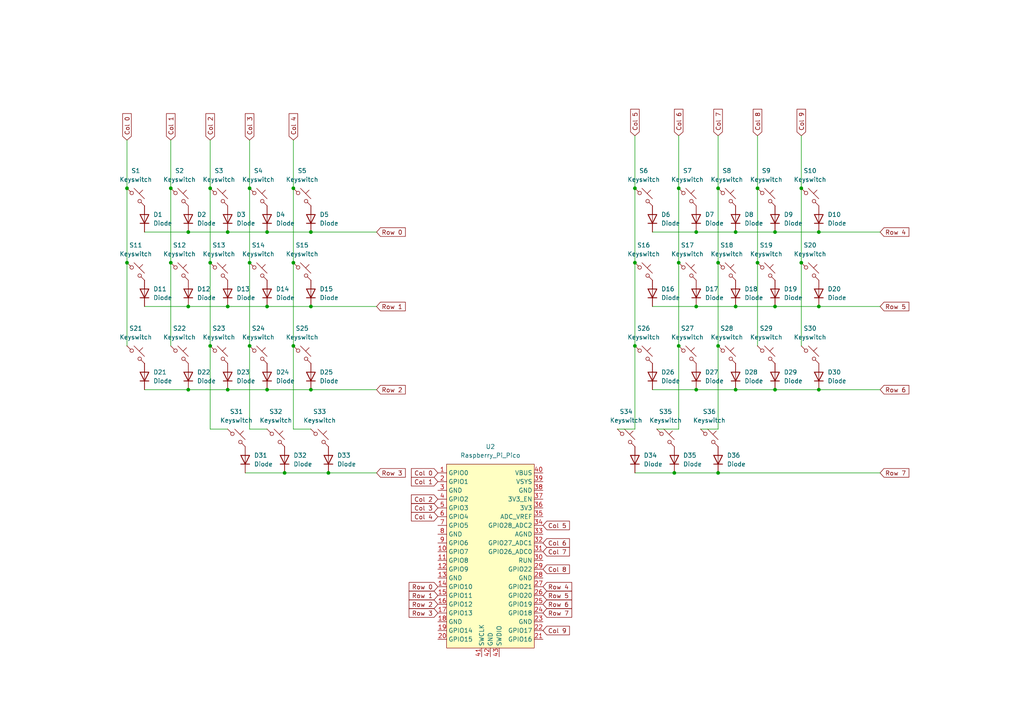
<source format=kicad_sch>
(kicad_sch (version 20230121) (generator eeschema)
  (paper "A4")
  (lib_symbols
    (symbol "ScottoKeebs:MCU_Raspberry_Pi_Pico"
      (property "Reference" "U" (at 0 0 0))
      (property "Value" "Raspberry_Pi_Pico" (at 0 27.94 0))
      (symbol "MCU_Raspberry_Pi_Pico_0_1"
        (rectangle (start -12.7 26.67) (end 12.7 -26.67) (fill (type background)))
      )
      (symbol "MCU_Raspberry_Pi_Pico_1_1"
        (pin bidirectional line (at -15.24 24.13 0) (length 2.54) (name "GPIO0") (number "1"))
        (pin bidirectional line (at -15.24 1.27 0) (length 2.54) (name "GPIO7") (number "10"))
        (pin bidirectional line (at -15.24 -1.27 0) (length 2.54) (name "GPIO8") (number "11"))
        (pin bidirectional line (at -15.24 -3.81 0) (length 2.54) (name "GPIO9") (number "12"))
        (pin power_in line (at -15.24 -6.35 0) (length 2.54) (name "GND") (number "13"))
        (pin bidirectional line (at -15.24 -8.89 0) (length 2.54) (name "GPIO10") (number "14"))
        (pin bidirectional line (at -15.24 -11.43 0) (length 2.54) (name "GPIO11") (number "15"))
        (pin bidirectional line (at -15.24 -13.97 0) (length 2.54) (name "GPIO12") (number "16"))
        (pin bidirectional line (at -15.24 -16.51 0) (length 2.54) (name "GPIO13") (number "17"))
        (pin power_in line (at -15.24 -19.05 0) (length 2.54) (name "GND") (number "18"))
        (pin bidirectional line (at -15.24 -21.59 0) (length 2.54) (name "GPIO14") (number "19"))
        (pin bidirectional line (at -15.24 21.59 0) (length 2.54) (name "GPIO1") (number "2"))
        (pin bidirectional line (at -15.24 -24.13 0) (length 2.54) (name "GPIO15") (number "20"))
        (pin bidirectional line (at 15.24 -24.13 180) (length 2.54) (name "GPIO16") (number "21"))
        (pin bidirectional line (at 15.24 -21.59 180) (length 2.54) (name "GPIO17") (number "22"))
        (pin power_in line (at 15.24 -19.05 180) (length 2.54) (name "GND") (number "23"))
        (pin bidirectional line (at 15.24 -16.51 180) (length 2.54) (name "GPIO18") (number "24"))
        (pin bidirectional line (at 15.24 -13.97 180) (length 2.54) (name "GPIO19") (number "25"))
        (pin bidirectional line (at 15.24 -11.43 180) (length 2.54) (name "GPIO20") (number "26"))
        (pin bidirectional line (at 15.24 -8.89 180) (length 2.54) (name "GPIO21") (number "27"))
        (pin power_in line (at 15.24 -6.35 180) (length 2.54) (name "GND") (number "28"))
        (pin bidirectional line (at 15.24 -3.81 180) (length 2.54) (name "GPIO22") (number "29"))
        (pin power_in line (at -15.24 19.05 0) (length 2.54) (name "GND") (number "3"))
        (pin input line (at 15.24 -1.27 180) (length 2.54) (name "RUN") (number "30"))
        (pin bidirectional line (at 15.24 1.27 180) (length 2.54) (name "GPIO26_ADC0") (number "31"))
        (pin bidirectional line (at 15.24 3.81 180) (length 2.54) (name "GPIO27_ADC1") (number "32"))
        (pin power_in line (at 15.24 6.35 180) (length 2.54) (name "AGND") (number "33"))
        (pin bidirectional line (at 15.24 8.89 180) (length 2.54) (name "GPIO28_ADC2") (number "34"))
        (pin power_in line (at 15.24 11.43 180) (length 2.54) (name "ADC_VREF") (number "35"))
        (pin power_in line (at 15.24 13.97 180) (length 2.54) (name "3V3") (number "36"))
        (pin input line (at 15.24 16.51 180) (length 2.54) (name "3V3_EN") (number "37"))
        (pin bidirectional line (at 15.24 19.05 180) (length 2.54) (name "GND") (number "38"))
        (pin power_in line (at 15.24 21.59 180) (length 2.54) (name "VSYS") (number "39"))
        (pin bidirectional line (at -15.24 16.51 0) (length 2.54) (name "GPIO2") (number "4"))
        (pin power_in line (at 15.24 24.13 180) (length 2.54) (name "VBUS") (number "40"))
        (pin input line (at -2.54 -29.21 90) (length 2.54) (name "SWCLK") (number "41"))
        (pin power_in line (at 0 -29.21 90) (length 2.54) (name "GND") (number "42"))
        (pin bidirectional line (at 2.54 -29.21 90) (length 2.54) (name "SWDIO") (number "43"))
        (pin bidirectional line (at -15.24 13.97 0) (length 2.54) (name "GPIO3") (number "5"))
        (pin bidirectional line (at -15.24 11.43 0) (length 2.54) (name "GPIO4") (number "6"))
        (pin bidirectional line (at -15.24 8.89 0) (length 2.54) (name "GPIO5") (number "7"))
        (pin power_in line (at -15.24 6.35 0) (length 2.54) (name "GND") (number "8"))
        (pin bidirectional line (at -15.24 3.81 0) (length 2.54) (name "GPIO6") (number "9"))
      )
    )
    (symbol "ScottoKeebs:Placeholder_Diode" (pin_numbers hide) (pin_names hide)
      (property "Reference" "D" (at 0 2.54 0))
      (property "Value" "Diode" (at 0 -2.54 0))
      (symbol "Placeholder_Diode_0_1"
        (polyline (pts (xy -1.27 1.27) (xy -1.27 -1.27)) (stroke (width 0.254)))
        (polyline (pts (xy 1.27 0) (xy -1.27 0)))
        (polyline (pts (xy 1.27 1.27) (xy 1.27 -1.27) (xy -1.27 0) (xy 1.27 1.27)) (stroke (width 0.254)))
      )
      (symbol "Placeholder_Diode_1_1"
        (pin passive line (at -3.81 0 0) (length 2.54) (name "K") (number "1"))
        (pin passive line (at 3.81 0 180) (length 2.54) (name "A") (number "2"))
      )
    )
    (symbol "ScottoKeebs:Placeholder_Keyswitch" (pin_numbers hide) (pin_names (offset 1.016) hide)
      (property "Reference" "S" (at 3.048 1.016 0))
      (property "Value" "Keyswitch" (at 0 -3.81 0))
      (symbol "Placeholder_Keyswitch_0_1"
        (circle (center -1.1684 1.1684) (radius 0.508))
        (polyline (pts (xy -0.508 2.54) (xy 2.54 -0.508)))
        (polyline (pts (xy 1.016 1.016) (xy 2.032 2.032)))
        (polyline (pts (xy -2.54 2.54) (xy -1.524 1.524) (xy -1.524 1.524)))
        (polyline (pts (xy 1.524 -1.524) (xy 2.54 -2.54) (xy 2.54 -2.54) (xy 2.54 -2.54)))
        (circle (center 1.143 -1.1938) (radius 0.508))
        (pin passive line (at -2.54 2.54 0) (length 0) (name "1") (number "1"))
        (pin passive line (at 2.54 -2.54 180) (length 0) (name "2") (number "2"))
      )
    )
  )
  (junction (at 72.39 54.61))
  (junction (at 208.28 137.16))
  (junction (at 54.61 113.03))
  (junction (at 195.58 137.16))
  (junction (at 36.83 76.2))
  (junction (at 237.49 113.03))
  (junction (at 196.85 100.33))
  (junction (at 237.49 67.31))
  (junction (at 49.53 76.2))
  (junction (at 54.61 67.31))
  (junction (at 66.04 88.9))
  (junction (at 224.79 88.9))
  (junction (at 77.47 113.03))
  (junction (at 196.85 76.2))
  (junction (at 201.93 113.03))
  (junction (at 219.71 54.61))
  (junction (at 60.96 76.2))
  (junction (at 72.39 100.33))
  (junction (at 208.28 76.2))
  (junction (at 77.47 67.31))
  (junction (at 232.41 54.61))
  (junction (at 90.17 113.03))
  (junction (at 90.17 67.31))
  (junction (at 82.55 137.16))
  (junction (at 208.28 54.61))
  (junction (at 232.41 76.2))
  (junction (at 184.15 54.61))
  (junction (at 184.15 76.2))
  (junction (at 224.79 67.31))
  (junction (at 36.83 54.61))
  (junction (at 54.61 88.9))
  (junction (at 85.09 54.61))
  (junction (at 219.71 76.2))
  (junction (at 208.28 100.33))
  (junction (at 196.85 54.61))
  (junction (at 213.36 113.03))
  (junction (at 72.39 76.2))
  (junction (at 184.15 100.33))
  (junction (at 85.09 76.2))
  (junction (at 90.17 88.9))
  (junction (at 224.79 113.03))
  (junction (at 66.04 67.31))
  (junction (at 237.49 88.9))
  (junction (at 60.96 100.33))
  (junction (at 213.36 88.9))
  (junction (at 66.04 113.03))
  (junction (at 95.25 137.16))
  (junction (at 60.96 54.61))
  (junction (at 77.47 88.9))
  (junction (at 85.09 100.33))
  (junction (at 49.53 54.61))
  (junction (at 201.93 67.31))
  (junction (at 201.93 88.9))
  (junction (at 213.36 67.31))
  (wire (pts (xy 66.04 67.31) (xy 77.47 67.31)))
  (wire (pts (xy 60.96 100.33) (xy 60.96 124.46)))
  (wire (pts (xy 90.17 88.9) (xy 109.22 88.9)))
  (wire (pts (xy 232.41 76.2) (xy 232.41 100.33)))
  (wire (pts (xy 54.61 113.03) (xy 66.04 113.03)))
  (wire (pts (xy 41.91 67.31) (xy 54.61 67.31)))
  (wire (pts (xy 195.58 137.16) (xy 208.28 137.16)))
  (wire (pts (xy 184.15 124.46) (xy 179.07 124.46)))
  (wire (pts (xy 72.39 124.46) (xy 77.47 124.46)))
  (wire (pts (xy 201.93 88.9) (xy 213.36 88.9)))
  (wire (pts (xy 184.15 100.33) (xy 184.15 124.46)))
  (wire (pts (xy 255.27 113.03) (xy 237.49 113.03)))
  (wire (pts (xy 189.23 67.31) (xy 201.93 67.31)))
  (wire (pts (xy 49.53 76.2) (xy 49.53 100.33)))
  (wire (pts (xy 49.53 54.61) (xy 49.53 76.2)))
  (wire (pts (xy 36.83 54.61) (xy 36.83 76.2)))
  (wire (pts (xy 36.83 76.2) (xy 36.83 100.33)))
  (wire (pts (xy 208.28 39.37) (xy 208.28 54.61)))
  (wire (pts (xy 208.28 124.46) (xy 203.2 124.46)))
  (wire (pts (xy 41.91 88.9) (xy 54.61 88.9)))
  (wire (pts (xy 85.09 100.33) (xy 85.09 124.46)))
  (wire (pts (xy 196.85 100.33) (xy 196.85 124.46)))
  (wire (pts (xy 85.09 124.46) (xy 90.17 124.46)))
  (wire (pts (xy 49.53 40.64) (xy 49.53 54.61)))
  (wire (pts (xy 189.23 88.9) (xy 201.93 88.9)))
  (wire (pts (xy 213.36 88.9) (xy 224.79 88.9)))
  (wire (pts (xy 255.27 67.31) (xy 237.49 67.31)))
  (wire (pts (xy 109.22 67.31) (xy 90.17 67.31)))
  (wire (pts (xy 184.15 137.16) (xy 195.58 137.16)))
  (wire (pts (xy 189.23 113.03) (xy 201.93 113.03)))
  (wire (pts (xy 109.22 113.03) (xy 90.17 113.03)))
  (wire (pts (xy 54.61 88.9) (xy 66.04 88.9)))
  (wire (pts (xy 72.39 54.61) (xy 72.39 76.2)))
  (wire (pts (xy 54.61 67.31) (xy 66.04 67.31)))
  (wire (pts (xy 41.91 113.03) (xy 54.61 113.03)))
  (wire (pts (xy 196.85 76.2) (xy 196.85 100.33)))
  (wire (pts (xy 60.96 124.46) (xy 66.04 124.46)))
  (wire (pts (xy 208.28 100.33) (xy 208.28 124.46)))
  (wire (pts (xy 60.96 54.61) (xy 60.96 76.2)))
  (wire (pts (xy 224.79 67.31) (xy 237.49 67.31)))
  (wire (pts (xy 72.39 100.33) (xy 72.39 124.46)))
  (wire (pts (xy 71.12 137.16) (xy 82.55 137.16)))
  (wire (pts (xy 184.15 76.2) (xy 184.15 100.33)))
  (wire (pts (xy 224.79 88.9) (xy 237.49 88.9)))
  (wire (pts (xy 60.96 76.2) (xy 60.96 100.33)))
  (wire (pts (xy 36.83 40.64) (xy 36.83 54.61)))
  (wire (pts (xy 184.15 39.37) (xy 184.15 54.61)))
  (wire (pts (xy 77.47 88.9) (xy 90.17 88.9)))
  (wire (pts (xy 219.71 76.2) (xy 219.71 100.33)))
  (wire (pts (xy 213.36 113.03) (xy 224.79 113.03)))
  (wire (pts (xy 224.79 113.03) (xy 237.49 113.03)))
  (wire (pts (xy 82.55 137.16) (xy 95.25 137.16)))
  (wire (pts (xy 109.22 137.16) (xy 95.25 137.16)))
  (wire (pts (xy 213.36 67.31) (xy 224.79 67.31)))
  (wire (pts (xy 66.04 113.03) (xy 77.47 113.03)))
  (wire (pts (xy 66.04 88.9) (xy 77.47 88.9)))
  (wire (pts (xy 60.96 40.64) (xy 60.96 54.61)))
  (wire (pts (xy 85.09 54.61) (xy 85.09 76.2)))
  (wire (pts (xy 208.28 76.2) (xy 208.28 100.33)))
  (wire (pts (xy 219.71 54.61) (xy 219.71 76.2)))
  (wire (pts (xy 232.41 39.37) (xy 232.41 54.61)))
  (wire (pts (xy 255.27 88.9) (xy 237.49 88.9)))
  (wire (pts (xy 77.47 67.31) (xy 90.17 67.31)))
  (wire (pts (xy 232.41 54.61) (xy 232.41 76.2)))
  (wire (pts (xy 208.28 137.16) (xy 255.27 137.16)))
  (wire (pts (xy 77.47 113.03) (xy 90.17 113.03)))
  (wire (pts (xy 196.85 39.37) (xy 196.85 54.61)))
  (wire (pts (xy 208.28 54.61) (xy 208.28 76.2)))
  (wire (pts (xy 85.09 40.64) (xy 85.09 54.61)))
  (wire (pts (xy 72.39 76.2) (xy 72.39 100.33)))
  (wire (pts (xy 201.93 67.31) (xy 213.36 67.31)))
  (wire (pts (xy 72.39 40.64) (xy 72.39 54.61)))
  (wire (pts (xy 196.85 54.61) (xy 196.85 76.2)))
  (wire (pts (xy 201.93 113.03) (xy 213.36 113.03)))
  (wire (pts (xy 85.09 76.2) (xy 85.09 100.33)))
  (wire (pts (xy 219.71 39.37) (xy 219.71 54.61)))
  (wire (pts (xy 184.15 54.61) (xy 184.15 76.2)))
  (wire (pts (xy 196.85 124.46) (xy 190.5 124.46)))
  (global_label "Col 0" (shape input) (at 127 137.16 180) (property "Intersheetrefs" "${INTERSHEET_REFS}" (effects hide)))
  (global_label "Col 4" (shape input) (at 127 149.86 180) (property "Intersheetrefs" "${INTERSHEET_REFS}" (effects hide)))
  (global_label "Row 1" (shape input) (at 109.22 88.9 0) (property "Intersheetrefs" "${INTERSHEET_REFS}" (effects hide)))
  (global_label "Row 0" (shape input) (at 109.22 67.31 0) (property "Intersheetrefs" "${INTERSHEET_REFS}" (effects hide)))
  (global_label "Col 8" (shape input) (at 219.71 39.37 90) (property "Intersheetrefs" "${INTERSHEET_REFS}" (effects hide)))
  (global_label "Col 3" (shape input) (at 72.39 40.64 90) (property "Intersheetrefs" "${INTERSHEET_REFS}" (effects hide)))
  (global_label "Row 5" (shape input) (at 157.48 172.72 0) (property "Intersheetrefs" "${INTERSHEET_REFS}" (effects hide)))
  (global_label "Col 2" (shape input) (at 60.96 40.64 90) (property "Intersheetrefs" "${INTERSHEET_REFS}" (effects hide)))
  (global_label "Row 2" (shape input) (at 109.22 113.03 0) (property "Intersheetrefs" "${INTERSHEET_REFS}" (effects hide)))
  (global_label "Col 7" (shape input) (at 208.28 39.37 90) (property "Intersheetrefs" "${INTERSHEET_REFS}" (effects hide)))
  (global_label "Col 7" (shape input) (at 157.48 160.02 0) (property "Intersheetrefs" "${INTERSHEET_REFS}" (effects hide)))
  (global_label "Row 3" (shape input) (at 109.22 137.16 0) (property "Intersheetrefs" "${INTERSHEET_REFS}" (effects hide)))
  (global_label "Row 5" (shape input) (at 255.27 88.9 0) (property "Intersheetrefs" "${INTERSHEET_REFS}" (effects hide)))
  (global_label "Col 6" (shape input) (at 157.48 157.48 0) (property "Intersheetrefs" "${INTERSHEET_REFS}" (effects hide)))
  (global_label "Row 2" (shape input) (at 127 175.26 180) (property "Intersheetrefs" "${INTERSHEET_REFS}" (effects hide)))
  (global_label "Row 3" (shape input) (at 127 177.8 180) (property "Intersheetrefs" "${INTERSHEET_REFS}" (effects hide)))
  (global_label "Col 4" (shape input) (at 85.09 40.64 90) (property "Intersheetrefs" "${INTERSHEET_REFS}" (effects hide)))
  (global_label "Col 5" (shape input) (at 157.48 152.4 0) (property "Intersheetrefs" "${INTERSHEET_REFS}" (effects hide)))
  (global_label "Col 9" (shape input) (at 232.41 39.37 90) (property "Intersheetrefs" "${INTERSHEET_REFS}" (effects hide)))
  (global_label "Col 9" (shape input) (at 157.48 182.88 0) (property "Intersheetrefs" "${INTERSHEET_REFS}" (effects hide)))
  (global_label "Col 3" (shape input) (at 127 147.32 180) (property "Intersheetrefs" "${INTERSHEET_REFS}" (effects hide)))
  (global_label "Col 6" (shape input) (at 196.85 39.37 90) (property "Intersheetrefs" "${INTERSHEET_REFS}" (effects hide)))
  (global_label "Row 4" (shape input) (at 255.27 67.31 0) (property "Intersheetrefs" "${INTERSHEET_REFS}" (effects hide)))
  (global_label "Col 1" (shape input) (at 49.53 40.64 90) (property "Intersheetrefs" "${INTERSHEET_REFS}" (effects hide)))
  (global_label "Col 8" (shape input) (at 157.48 165.1 0) (property "Intersheetrefs" "${INTERSHEET_REFS}" (effects hide)))
  (global_label "Row 1" (shape input) (at 127 172.72 180) (property "Intersheetrefs" "${INTERSHEET_REFS}" (effects hide)))
  (global_label "Row 4" (shape input) (at 157.48 170.18 0) (property "Intersheetrefs" "${INTERSHEET_REFS}" (effects hide)))
  (global_label "Row 7" (shape input) (at 255.27 137.16 0) (property "Intersheetrefs" "${INTERSHEET_REFS}" (effects hide)))
  (global_label "Row 6" (shape input) (at 157.48 175.26 0) (property "Intersheetrefs" "${INTERSHEET_REFS}" (effects hide)))
  (global_label "Col 2" (shape input) (at 127 144.78 180) (property "Intersheetrefs" "${INTERSHEET_REFS}" (effects hide)))
  (global_label "Row 0" (shape input) (at 127 170.18 180) (property "Intersheetrefs" "${INTERSHEET_REFS}" (effects hide)))
  (global_label "Row 7" (shape input) (at 157.48 177.8 0) (property "Intersheetrefs" "${INTERSHEET_REFS}" (effects hide)))
  (global_label "Row 6" (shape input) (at 255.27 113.03 0) (property "Intersheetrefs" "${INTERSHEET_REFS}" (effects hide)))
  (global_label "Col 5" (shape input) (at 184.15 39.37 90) (property "Intersheetrefs" "${INTERSHEET_REFS}" (effects hide)))
  (global_label "Col 1" (shape input) (at 127 139.7 180) (property "Intersheetrefs" "${INTERSHEET_REFS}" (effects hide)))
  (global_label "Col 0" (shape input) (at 36.83 40.64 90) (property "Intersheetrefs" "${INTERSHEET_REFS}" (effects hide)))
  (symbol (lib_id "ScottoKeebs:Placeholder_Diode") (at 66.04 85.09 90) (unit 1)
    (property "Reference" "D13" (at 68.58 83.82 90) (effects (justify right)))
    (property "Value" "Diode" (at 68.58 86.36 90) (effects (justify right)))
    (property "Footprint" "ScottoKeebs_Components:Diode_SOD-123" (effects hide))
    (property "Sim.Device" "D" (effects hide))
    (property "Sim.Pins" "1=K 2=A" (effects hide))
  )
  (symbol (lib_id "ScottoKeebs:Placeholder_Diode") (at 66.04 109.22 90) (unit 1)
    (property "Reference" "D23" (at 68.58 107.95 90) (effects (justify right)))
    (property "Value" "Diode" (at 68.58 110.49 90) (effects (justify right)))
    (property "Footprint" "ScottoKeebs_Components:Diode_SOD-123" (effects hide))
    (property "Sim.Device" "D" (effects hide))
    (property "Sim.Pins" "1=K 2=A" (effects hide))
  )
  (symbol (lib_id "ScottoKeebs:Placeholder_Keyswitch") (at 199.39 102.87 0) (unit 1)
    (property "Reference" "S27" (at 199.39 95.25 0))
    (property "Value" "Keyswitch" (at 199.39 97.79 0))
    (property "Footprint" "ScottoKeebs_MX:MX_PCB_1.00u" (effects hide))
  )
  (symbol (lib_id "ScottoKeebs:Placeholder_Keyswitch") (at 210.82 78.74 0) (unit 1)
    (property "Reference" "S18" (at 210.82 71.12 0))
    (property "Value" "Keyswitch" (at 210.82 73.66 0))
    (property "Footprint" "ScottoKeebs_MX:MX_PCB_1.00u" (effects hide))
  )
  (symbol (lib_id "ScottoKeebs:Placeholder_Keyswitch") (at 63.5 57.15 0) (unit 1)
    (property "Reference" "S3" (at 63.5 49.53 0))
    (property "Value" "Keyswitch" (at 63.5 52.07 0))
    (property "Footprint" "ScottoKeebs_MX:MX_PCB_1.00u" (effects hide))
  )
  (symbol (lib_id "ScottoKeebs:Placeholder_Diode") (at 90.17 85.09 90) (unit 1)
    (property "Reference" "D15" (at 92.71 83.82 90) (effects (justify right)))
    (property "Value" "Diode" (at 92.71 86.36 90) (effects (justify right)))
    (property "Footprint" "ScottoKeebs_Components:Diode_SOD-123" (effects hide))
    (property "Sim.Device" "D" (effects hide))
    (property "Sim.Pins" "1=K 2=A" (effects hide))
  )
  (symbol (lib_id "ScottoKeebs:Placeholder_Diode") (at 66.04 63.5 90) (unit 1)
    (property "Reference" "D3" (at 68.58 62.23 90) (effects (justify right)))
    (property "Value" "Diode" (at 68.58 64.77 90) (effects (justify right)))
    (property "Footprint" "ScottoKeebs_Components:Diode_SOD-123" (effects hide))
    (property "Sim.Device" "D" (effects hide))
    (property "Sim.Pins" "1=K 2=A" (effects hide))
  )
  (symbol (lib_id "ScottoKeebs:Placeholder_Keyswitch") (at 52.07 78.74 0) (unit 1)
    (property "Reference" "S12" (at 52.07 71.12 0))
    (property "Value" "Keyswitch" (at 52.07 73.66 0))
    (property "Footprint" "ScottoKeebs_MX:MX_PCB_1.00u" (effects hide))
  )
  (symbol (lib_id "ScottoKeebs:Placeholder_Keyswitch") (at 39.37 102.87 0) (unit 1)
    (property "Reference" "S21" (at 39.37 95.25 0))
    (property "Value" "Keyswitch" (at 39.37 97.79 0))
    (property "Footprint" "ScottoKeebs_MX:MX_PCB_1.00u" (effects hide))
  )
  (symbol (lib_id "ScottoKeebs:Placeholder_Keyswitch") (at 199.39 57.15 0) (unit 1)
    (property "Reference" "S7" (at 199.39 49.53 0))
    (property "Value" "Keyswitch" (at 199.39 52.07 0))
    (property "Footprint" "ScottoKeebs_MX:MX_PCB_1.00u" (effects hide))
  )
  (symbol (lib_id "ScottoKeebs:Placeholder_Diode") (at 237.49 63.5 90) (unit 1)
    (property "Reference" "D10" (at 240.03 62.23 90) (effects (justify right)))
    (property "Value" "Diode" (at 240.03 64.77 90) (effects (justify right)))
    (property "Footprint" "ScottoKeebs_Components:Diode_SOD-123" (effects hide))
    (property "Sim.Device" "D" (effects hide))
    (property "Sim.Pins" "1=K 2=A" (effects hide))
  )
  (symbol (lib_id "ScottoKeebs:Placeholder_Diode") (at 195.58 133.35 90) (unit 1)
    (property "Reference" "D35" (at 198.12 132.08 90) (effects (justify right)))
    (property "Value" "Diode" (at 198.12 134.62 90) (effects (justify right)))
    (property "Footprint" "ScottoKeebs_Components:Diode_SOD-123" (effects hide))
    (property "Sim.Device" "D" (effects hide))
    (property "Sim.Pins" "1=K 2=A" (effects hide))
  )
  (symbol (lib_id "ScottoKeebs:Placeholder_Keyswitch") (at 186.69 57.15 0) (unit 1)
    (property "Reference" "S6" (at 186.69 49.53 0))
    (property "Value" "Keyswitch" (at 186.69 52.07 0))
    (property "Footprint" "ScottoKeebs_MX:MX_PCB_1.00u" (effects hide))
  )
  (symbol (lib_id "ScottoKeebs:Placeholder_Diode") (at 54.61 63.5 90) (unit 1)
    (property "Reference" "D2" (at 57.15 62.23 90) (effects (justify right)))
    (property "Value" "Diode" (at 57.15 64.77 90) (effects (justify right)))
    (property "Footprint" "ScottoKeebs_Components:Diode_SOD-123" (effects hide))
    (property "Sim.Device" "D" (effects hide))
    (property "Sim.Pins" "1=K 2=A" (effects hide))
  )
  (symbol (lib_id "ScottoKeebs:Placeholder_Diode") (at 189.23 85.09 90) (unit 1)
    (property "Reference" "D16" (at 191.77 83.82 90) (effects (justify right)))
    (property "Value" "Diode" (at 191.77 86.36 90) (effects (justify right)))
    (property "Footprint" "ScottoKeebs_Components:Diode_SOD-123" (effects hide))
    (property "Sim.Device" "D" (effects hide))
    (property "Sim.Pins" "1=K 2=A" (effects hide))
  )
  (symbol (lib_id "ScottoKeebs:Placeholder_Diode") (at 77.47 85.09 90) (unit 1)
    (property "Reference" "D14" (at 80.01 83.82 90) (effects (justify right)))
    (property "Value" "Diode" (at 80.01 86.36 90) (effects (justify right)))
    (property "Footprint" "ScottoKeebs_Components:Diode_SOD-123" (effects hide))
    (property "Sim.Device" "D" (effects hide))
    (property "Sim.Pins" "1=K 2=A" (effects hide))
  )
  (symbol (lib_id "ScottoKeebs:Placeholder_Keyswitch") (at 181.61 127 0) (unit 1)
    (property "Reference" "S34" (at 181.61 119.38 0))
    (property "Value" "Keyswitch" (at 181.61 121.92 0))
    (property "Footprint" "ScottoKeebs_MX:MX_PCB_1.00u" (effects hide))
  )
  (symbol (lib_id "ScottoKeebs:Placeholder_Keyswitch") (at 52.07 102.87 0) (unit 1)
    (property "Reference" "S22" (at 52.07 95.25 0))
    (property "Value" "Keyswitch" (at 52.07 97.79 0))
    (property "Footprint" "ScottoKeebs_MX:MX_PCB_1.00u" (effects hide))
  )
  (symbol (lib_id "ScottoKeebs:Placeholder_Diode") (at 54.61 109.22 90) (unit 1)
    (property "Reference" "D22" (at 57.15 107.95 90) (effects (justify right)))
    (property "Value" "Diode" (at 57.15 110.49 90) (effects (justify right)))
    (property "Footprint" "ScottoKeebs_Components:Diode_SOD-123" (effects hide))
    (property "Sim.Device" "D" (effects hide))
    (property "Sim.Pins" "1=K 2=A" (effects hide))
  )
  (symbol (lib_id "ScottoKeebs:Placeholder_Diode") (at 213.36 109.22 90) (unit 1)
    (property "Reference" "D28" (at 215.9 107.95 90) (effects (justify right)))
    (property "Value" "Diode" (at 215.9 110.49 90) (effects (justify right)))
    (property "Footprint" "ScottoKeebs_Components:Diode_SOD-123" (effects hide))
    (property "Sim.Device" "D" (effects hide))
    (property "Sim.Pins" "1=K 2=A" (effects hide))
  )
  (symbol (lib_id "ScottoKeebs:Placeholder_Keyswitch") (at 210.82 57.15 0) (unit 1)
    (property "Reference" "S8" (at 210.82 49.53 0))
    (property "Value" "Keyswitch" (at 210.82 52.07 0))
    (property "Footprint" "ScottoKeebs_MX:MX_PCB_1.00u" (effects hide))
  )
  (symbol (lib_id "ScottoKeebs:Placeholder_Diode") (at 224.79 109.22 90) (unit 1)
    (property "Reference" "D29" (at 227.33 107.95 90) (effects (justify right)))
    (property "Value" "Diode" (at 227.33 110.49 90) (effects (justify right)))
    (property "Footprint" "ScottoKeebs_Components:Diode_SOD-123" (effects hide))
    (property "Sim.Device" "D" (effects hide))
    (property "Sim.Pins" "1=K 2=A" (effects hide))
  )
  (symbol (lib_id "ScottoKeebs:Placeholder_Diode") (at 213.36 63.5 90) (unit 1)
    (property "Reference" "D8" (at 215.9 62.23 90) (effects (justify right)))
    (property "Value" "Diode" (at 215.9 64.77 90) (effects (justify right)))
    (property "Footprint" "ScottoKeebs_Components:Diode_SOD-123" (effects hide))
    (property "Sim.Device" "D" (effects hide))
    (property "Sim.Pins" "1=K 2=A" (effects hide))
  )
  (symbol (lib_id "ScottoKeebs:Placeholder_Keyswitch") (at 52.07 57.15 0) (unit 1)
    (property "Reference" "S2" (at 52.07 49.53 0))
    (property "Value" "Keyswitch" (at 52.07 52.07 0))
    (property "Footprint" "ScottoKeebs_MX:MX_PCB_1.00u" (effects hide))
  )
  (symbol (lib_id "ScottoKeebs:Placeholder_Diode") (at 237.49 109.22 90) (unit 1)
    (property "Reference" "D30" (at 240.03 107.95 90) (effects (justify right)))
    (property "Value" "Diode" (at 240.03 110.49 90) (effects (justify right)))
    (property "Footprint" "ScottoKeebs_Components:Diode_SOD-123" (effects hide))
    (property "Sim.Device" "D" (effects hide))
    (property "Sim.Pins" "1=K 2=A" (effects hide))
  )
  (symbol (lib_id "ScottoKeebs:Placeholder_Diode") (at 224.79 63.5 90) (unit 1)
    (property "Reference" "D9" (at 227.33 62.23 90) (effects (justify right)))
    (property "Value" "Diode" (at 227.33 64.77 90) (effects (justify right)))
    (property "Footprint" "ScottoKeebs_Components:Diode_SOD-123" (effects hide))
    (property "Sim.Device" "D" (effects hide))
    (property "Sim.Pins" "1=K 2=A" (effects hide))
  )
  (symbol (lib_id "ScottoKeebs:Placeholder_Keyswitch") (at 68.58 127 0) (unit 1)
    (property "Reference" "S31" (at 68.58 119.38 0))
    (property "Value" "Keyswitch" (at 68.58 121.92 0))
    (property "Footprint" "ScottoKeebs_MX:MX_PCB_1.00u" (effects hide))
  )
  (symbol (lib_id "ScottoKeebs:Placeholder_Keyswitch") (at 92.71 127 0) (unit 1)
    (property "Reference" "S33" (at 92.71 119.38 0))
    (property "Value" "Keyswitch" (at 92.71 121.92 0))
    (property "Footprint" "ScottoKeebs_MX:MX_PCB_1.00u" (effects hide))
  )
  (symbol (lib_id "ScottoKeebs:Placeholder_Diode") (at 90.17 109.22 90) (unit 1)
    (property "Reference" "D25" (at 92.71 107.95 90) (effects (justify right)))
    (property "Value" "Diode" (at 92.71 110.49 90) (effects (justify right)))
    (property "Footprint" "ScottoKeebs_Components:Diode_SOD-123" (effects hide))
    (property "Sim.Device" "D" (effects hide))
    (property "Sim.Pins" "1=K 2=A" (effects hide))
  )
  (symbol (lib_id "ScottoKeebs:Placeholder_Diode") (at 77.47 63.5 90) (unit 1)
    (property "Reference" "D4" (at 80.01 62.23 90) (effects (justify right)))
    (property "Value" "Diode" (at 80.01 64.77 90) (effects (justify right)))
    (property "Footprint" "ScottoKeebs_Components:Diode_SOD-123" (effects hide))
    (property "Sim.Device" "D" (effects hide))
    (property "Sim.Pins" "1=K 2=A" (effects hide))
  )
  (symbol (lib_id "ScottoKeebs:Placeholder_Keyswitch") (at 74.93 102.87 0) (unit 1)
    (property "Reference" "S24" (at 74.93 95.25 0))
    (property "Value" "Keyswitch" (at 74.93 97.79 0))
    (property "Footprint" "ScottoKeebs_MX:MX_PCB_1.00u" (effects hide))
  )
  (symbol (lib_id "ScottoKeebs:Placeholder_Keyswitch") (at 74.93 57.15 0) (unit 1)
    (property "Reference" "S4" (at 74.93 49.53 0))
    (property "Value" "Keyswitch" (at 74.93 52.07 0))
    (property "Footprint" "ScottoKeebs_MX:MX_PCB_1.00u" (effects hide))
  )
  (symbol (lib_id "ScottoKeebs:Placeholder_Diode") (at 237.49 85.09 90) (unit 1)
    (property "Reference" "D20" (at 240.03 83.82 90) (effects (justify right)))
    (property "Value" "Diode" (at 240.03 86.36 90) (effects (justify right)))
    (property "Footprint" "ScottoKeebs_Components:Diode_SOD-123" (effects hide))
    (property "Sim.Device" "D" (effects hide))
    (property "Sim.Pins" "1=K 2=A" (effects hide))
  )
  (symbol (lib_id "ScottoKeebs:Placeholder_Diode") (at 77.47 109.22 90) (unit 1)
    (property "Reference" "D24" (at 80.01 107.95 90) (effects (justify right)))
    (property "Value" "Diode" (at 80.01 110.49 90) (effects (justify right)))
    (property "Footprint" "ScottoKeebs_Components:Diode_SOD-123" (effects hide))
    (property "Sim.Device" "D" (effects hide))
    (property "Sim.Pins" "1=K 2=A" (effects hide))
  )
  (symbol (lib_id "ScottoKeebs:MCU_Raspberry_Pi_Pico") (at 142.24 161.29 0) (unit 1)
    (property "Reference" "U2" (at 142.24 129.54 0))
    (property "Value" "Raspberry_Pi_Pico" (at 142.24 132.08 0))
    (property "Footprint" "ScottoKeebs_MCU:Raspberry_Pi_Pico" (effects hide))
  )
  (symbol (lib_id "ScottoKeebs:Placeholder_Keyswitch") (at 234.95 57.15 0) (unit 1)
    (property "Reference" "S10" (at 234.95 49.53 0))
    (property "Value" "Keyswitch" (at 234.95 52.07 0))
    (property "Footprint" "ScottoKeebs_MX:MX_PCB_1.00u" (effects hide))
  )
  (symbol (lib_id "ScottoKeebs:Placeholder_Diode") (at 201.93 63.5 90) (unit 1)
    (property "Reference" "D7" (at 204.47 62.23 90) (effects (justify right)))
    (property "Value" "Diode" (at 204.47 64.77 90) (effects (justify right)))
    (property "Footprint" "ScottoKeebs_Components:Diode_SOD-123" (effects hide))
    (property "Sim.Device" "D" (effects hide))
    (property "Sim.Pins" "1=K 2=A" (effects hide))
  )
  (symbol (lib_id "ScottoKeebs:Placeholder_Keyswitch") (at 199.39 78.74 0) (unit 1)
    (property "Reference" "S17" (at 199.39 71.12 0))
    (property "Value" "Keyswitch" (at 199.39 73.66 0))
    (property "Footprint" "ScottoKeebs_MX:MX_PCB_1.00u" (effects hide))
  )
  (symbol (lib_id "ScottoKeebs:Placeholder_Keyswitch") (at 87.63 102.87 0) (unit 1)
    (property "Reference" "S25" (at 87.63 95.25 0))
    (property "Value" "Keyswitch" (at 87.63 97.79 0))
    (property "Footprint" "ScottoKeebs_MX:MX_PCB_1.00u" (effects hide))
  )
  (symbol (lib_id "ScottoKeebs:Placeholder_Keyswitch") (at 39.37 57.15 0) (unit 1)
    (property "Reference" "S1" (at 39.37 49.53 0))
    (property "Value" "Keyswitch" (at 39.37 52.07 0))
    (property "Footprint" "ScottoKeebs_MX:MX_PCB_1.00u" (effects hide))
  )
  (symbol (lib_id "ScottoKeebs:Placeholder_Diode") (at 71.12 133.35 90) (unit 1)
    (property "Reference" "D31" (at 73.66 132.08 90) (effects (justify right)))
    (property "Value" "Diode" (at 73.66 134.62 90) (effects (justify right)))
    (property "Footprint" "ScottoKeebs_Components:Diode_SOD-123" (effects hide))
    (property "Sim.Device" "D" (effects hide))
    (property "Sim.Pins" "1=K 2=A" (effects hide))
  )
  (symbol (lib_id "ScottoKeebs:Placeholder_Diode") (at 41.91 109.22 90) (unit 1)
    (property "Reference" "D21" (at 44.45 107.95 90) (effects (justify right)))
    (property "Value" "Diode" (at 44.45 110.49 90) (effects (justify right)))
    (property "Footprint" "ScottoKeebs_Components:Diode_SOD-123" (effects hide))
    (property "Sim.Device" "D" (effects hide))
    (property "Sim.Pins" "1=K 2=A" (effects hide))
  )
  (symbol (lib_id "ScottoKeebs:Placeholder_Keyswitch") (at 87.63 78.74 0) (unit 1)
    (property "Reference" "S15" (at 87.63 71.12 0))
    (property "Value" "Keyswitch" (at 87.63 73.66 0))
    (property "Footprint" "ScottoKeebs_MX:MX_PCB_1.00u" (effects hide))
  )
  (symbol (lib_id "ScottoKeebs:Placeholder_Keyswitch") (at 210.82 102.87 0) (unit 1)
    (property "Reference" "S28" (at 210.82 95.25 0))
    (property "Value" "Keyswitch" (at 210.82 97.79 0))
    (property "Footprint" "ScottoKeebs_MX:MX_PCB_1.00u" (effects hide))
  )
  (symbol (lib_id "ScottoKeebs:Placeholder_Diode") (at 82.55 133.35 90) (unit 1)
    (property "Reference" "D32" (at 85.09 132.08 90) (effects (justify right)))
    (property "Value" "Diode" (at 85.09 134.62 90) (effects (justify right)))
    (property "Footprint" "ScottoKeebs_Components:Diode_SOD-123" (effects hide))
    (property "Sim.Device" "D" (effects hide))
    (property "Sim.Pins" "1=K 2=A" (effects hide))
  )
  (symbol (lib_id "ScottoKeebs:Placeholder_Diode") (at 208.28 133.35 90) (unit 1)
    (property "Reference" "D36" (at 210.82 132.08 90) (effects (justify right)))
    (property "Value" "Diode" (at 210.82 134.62 90) (effects (justify right)))
    (property "Footprint" "ScottoKeebs_Components:Diode_SOD-123" (effects hide))
    (property "Sim.Device" "D" (effects hide))
    (property "Sim.Pins" "1=K 2=A" (effects hide))
  )
  (symbol (lib_id "ScottoKeebs:Placeholder_Diode") (at 201.93 109.22 90) (unit 1)
    (property "Reference" "D27" (at 204.47 107.95 90) (effects (justify right)))
    (property "Value" "Diode" (at 204.47 110.49 90) (effects (justify right)))
    (property "Footprint" "ScottoKeebs_Components:Diode_SOD-123" (effects hide))
    (property "Sim.Device" "D" (effects hide))
    (property "Sim.Pins" "1=K 2=A" (effects hide))
  )
  (symbol (lib_id "ScottoKeebs:Placeholder_Diode") (at 95.25 133.35 90) (unit 1)
    (property "Reference" "D33" (at 97.79 132.08 90) (effects (justify right)))
    (property "Value" "Diode" (at 97.79 134.62 90) (effects (justify right)))
    (property "Footprint" "ScottoKeebs_Components:Diode_SOD-123" (effects hide))
    (property "Sim.Device" "D" (effects hide))
    (property "Sim.Pins" "1=K 2=A" (effects hide))
  )
  (symbol (lib_id "ScottoKeebs:Placeholder_Keyswitch") (at 222.25 102.87 0) (unit 1)
    (property "Reference" "S29" (at 222.25 95.25 0))
    (property "Value" "Keyswitch" (at 222.25 97.79 0))
    (property "Footprint" "ScottoKeebs_MX:MX_PCB_1.00u" (effects hide))
  )
  (symbol (lib_id "ScottoKeebs:Placeholder_Keyswitch") (at 186.69 78.74 0) (unit 1)
    (property "Reference" "S16" (at 186.69 71.12 0))
    (property "Value" "Keyswitch" (at 186.69 73.66 0))
    (property "Footprint" "ScottoKeebs_MX:MX_PCB_1.00u" (effects hide))
  )
  (symbol (lib_id "ScottoKeebs:Placeholder_Keyswitch") (at 39.37 78.74 0) (unit 1)
    (property "Reference" "S11" (at 39.37 71.12 0))
    (property "Value" "Keyswitch" (at 39.37 73.66 0))
    (property "Footprint" "ScottoKeebs_MX:MX_PCB_1.00u" (effects hide))
  )
  (symbol (lib_id "ScottoKeebs:Placeholder_Keyswitch") (at 205.74 127 0) (unit 1)
    (property "Reference" "S36" (at 205.74 119.38 0))
    (property "Value" "Keyswitch" (at 205.74 121.92 0))
    (property "Footprint" "ScottoKeebs_MX:MX_PCB_1.00u" (effects hide))
  )
  (symbol (lib_id "ScottoKeebs:Placeholder_Diode") (at 189.23 63.5 90) (unit 1)
    (property "Reference" "D6" (at 191.77 62.23 90) (effects (justify right)))
    (property "Value" "Diode" (at 191.77 64.77 90) (effects (justify right)))
    (property "Footprint" "ScottoKeebs_Components:Diode_SOD-123" (effects hide))
    (property "Sim.Device" "D" (effects hide))
    (property "Sim.Pins" "1=K 2=A" (effects hide))
  )
  (symbol (lib_id "ScottoKeebs:Placeholder_Diode") (at 201.93 85.09 90) (unit 1)
    (property "Reference" "D17" (at 204.47 83.82 90) (effects (justify right)))
    (property "Value" "Diode" (at 204.47 86.36 90) (effects (justify right)))
    (property "Footprint" "ScottoKeebs_Components:Diode_SOD-123" (effects hide))
    (property "Sim.Device" "D" (effects hide))
    (property "Sim.Pins" "1=K 2=A" (effects hide))
  )
  (symbol (lib_id "ScottoKeebs:Placeholder_Keyswitch") (at 222.25 78.74 0) (unit 1)
    (property "Reference" "S19" (at 222.25 71.12 0))
    (property "Value" "Keyswitch" (at 222.25 73.66 0))
    (property "Footprint" "ScottoKeebs_MX:MX_PCB_1.00u" (effects hide))
  )
  (symbol (lib_id "ScottoKeebs:Placeholder_Diode") (at 54.61 85.09 90) (unit 1)
    (property "Reference" "D12" (at 57.15 83.82 90) (effects (justify right)))
    (property "Value" "Diode" (at 57.15 86.36 90) (effects (justify right)))
    (property "Footprint" "ScottoKeebs_Components:Diode_SOD-123" (effects hide))
    (property "Sim.Device" "D" (effects hide))
    (property "Sim.Pins" "1=K 2=A" (effects hide))
  )
  (symbol (lib_id "ScottoKeebs:Placeholder_Keyswitch") (at 63.5 78.74 0) (unit 1)
    (property "Reference" "S13" (at 63.5 71.12 0))
    (property "Value" "Keyswitch" (at 63.5 73.66 0))
    (property "Footprint" "ScottoKeebs_MX:MX_PCB_1.00u" (effects hide))
  )
  (symbol (lib_id "ScottoKeebs:Placeholder_Keyswitch") (at 234.95 78.74 0) (unit 1)
    (property "Reference" "S20" (at 234.95 71.12 0))
    (property "Value" "Keyswitch" (at 234.95 73.66 0))
    (property "Footprint" "ScottoKeebs_MX:MX_PCB_1.00u" (effects hide))
  )
  (symbol (lib_id "ScottoKeebs:Placeholder_Diode") (at 189.23 109.22 90) (unit 1)
    (property "Reference" "D26" (at 191.77 107.95 90) (effects (justify right)))
    (property "Value" "Diode" (at 191.77 110.49 90) (effects (justify right)))
    (property "Footprint" "ScottoKeebs_Components:Diode_SOD-123" (effects hide))
    (property "Sim.Device" "D" (effects hide))
    (property "Sim.Pins" "1=K 2=A" (effects hide))
  )
  (symbol (lib_id "ScottoKeebs:Placeholder_Keyswitch") (at 222.25 57.15 0) (unit 1)
    (property "Reference" "S9" (at 222.25 49.53 0))
    (property "Value" "Keyswitch" (at 222.25 52.07 0))
    (property "Footprint" "ScottoKeebs_MX:MX_PCB_1.00u" (effects hide))
  )
  (symbol (lib_id "ScottoKeebs:Placeholder_Diode") (at 224.79 85.09 90) (unit 1)
    (property "Reference" "D19" (at 227.33 83.82 90) (effects (justify right)))
    (property "Value" "Diode" (at 227.33 86.36 90) (effects (justify right)))
    (property "Footprint" "ScottoKeebs_Components:Diode_SOD-123" (effects hide))
    (property "Sim.Device" "D" (effects hide))
    (property "Sim.Pins" "1=K 2=A" (effects hide))
  )
  (symbol (lib_id "ScottoKeebs:Placeholder_Diode") (at 213.36 85.09 90) (unit 1)
    (property "Reference" "D18" (at 215.9 83.82 90) (effects (justify right)))
    (property "Value" "Diode" (at 215.9 86.36 90) (effects (justify right)))
    (property "Footprint" "ScottoKeebs_Components:Diode_SOD-123" (effects hide))
    (property "Sim.Device" "D" (effects hide))
    (property "Sim.Pins" "1=K 2=A" (effects hide))
  )
  (symbol (lib_id "ScottoKeebs:Placeholder_Keyswitch") (at 186.69 102.87 0) (unit 1)
    (property "Reference" "S26" (at 186.69 95.25 0))
    (property "Value" "Keyswitch" (at 186.69 97.79 0))
    (property "Footprint" "ScottoKeebs_MX:MX_PCB_1.00u" (effects hide))
  )
  (symbol (lib_id "ScottoKeebs:Placeholder_Diode") (at 41.91 85.09 90) (unit 1)
    (property "Reference" "D11" (at 44.45 83.82 90) (effects (justify right)))
    (property "Value" "Diode" (at 44.45 86.36 90) (effects (justify right)))
    (property "Footprint" "ScottoKeebs_Components:Diode_SOD-123" (effects hide))
    (property "Sim.Device" "D" (effects hide))
    (property "Sim.Pins" "1=K 2=A" (effects hide))
  )
  (symbol (lib_id "ScottoKeebs:Placeholder_Keyswitch") (at 74.93 78.74 0) (unit 1)
    (property "Reference" "S14" (at 74.93 71.12 0))
    (property "Value" "Keyswitch" (at 74.93 73.66 0))
    (property "Footprint" "ScottoKeebs_MX:MX_PCB_1.00u" (effects hide))
  )
  (symbol (lib_id "ScottoKeebs:Placeholder_Keyswitch") (at 80.01 127 0) (unit 1)
    (property "Reference" "S32" (at 80.01 119.38 0))
    (property "Value" "Keyswitch" (at 80.01 121.92 0))
    (property "Footprint" "ScottoKeebs_MX:MX_PCB_1.00u" (effects hide))
  )
  (symbol (lib_id "ScottoKeebs:Placeholder_Keyswitch") (at 234.95 102.87 0) (unit 1)
    (property "Reference" "S30" (at 234.95 95.25 0))
    (property "Value" "Keyswitch" (at 234.95 97.79 0))
    (property "Footprint" "ScottoKeebs_MX:MX_PCB_1.00u" (effects hide))
  )
  (symbol (lib_id "ScottoKeebs:Placeholder_Diode") (at 41.91 63.5 90) (unit 1)
    (property "Reference" "D1" (at 44.45 62.23 90) (effects (justify right)))
    (property "Value" "Diode" (at 44.45 64.77 90) (effects (justify right)))
    (property "Footprint" "ScottoKeebs_Components:Diode_SOD-123" (effects hide))
    (property "Sim.Device" "D" (effects hide))
    (property "Sim.Pins" "1=K 2=A" (effects hide))
  )
  (symbol (lib_id "ScottoKeebs:Placeholder_Keyswitch") (at 63.5 102.87 0) (unit 1)
    (property "Reference" "S23" (at 63.5 95.25 0))
    (property "Value" "Keyswitch" (at 63.5 97.79 0))
    (property "Footprint" "ScottoKeebs_MX:MX_PCB_1.00u" (effects hide))
  )
  (symbol (lib_id "ScottoKeebs:Placeholder_Keyswitch") (at 193.04 127 0) (unit 1)
    (property "Reference" "S35" (at 193.04 119.38 0))
    (property "Value" "Keyswitch" (at 193.04 121.92 0))
    (property "Footprint" "ScottoKeebs_MX:MX_PCB_1.00u" (effects hide))
  )
  (symbol (lib_id "ScottoKeebs:Placeholder_Diode") (at 90.17 63.5 90) (unit 1)
    (property "Reference" "D5" (at 92.71 62.23 90) (effects (justify right)))
    (property "Value" "Diode" (at 92.71 64.77 90) (effects (justify right)))
    (property "Footprint" "ScottoKeebs_Components:Diode_SOD-123" (effects hide))
    (property "Sim.Device" "D" (effects hide))
    (property "Sim.Pins" "1=K 2=A" (effects hide))
  )
  (symbol (lib_id "ScottoKeebs:Placeholder_Keyswitch") (at 87.63 57.15 0) (unit 1)
    (property "Reference" "S5" (at 87.63 49.53 0))
    (property "Value" "Keyswitch" (at 87.63 52.07 0))
    (property "Footprint" "ScottoKeebs_MX:MX_PCB_1.00u" (effects hide))
  )
  (symbol (lib_id "ScottoKeebs:Placeholder_Diode") (at 184.15 133.35 90) (unit 1)
    (property "Reference" "D34" (at 186.69 132.08 90) (effects (justify right)))
    (property "Value" "Diode" (at 186.69 134.62 90) (effects (justify right)))
    (property "Footprint" "ScottoKeebs_Components:Diode_SOD-123" (effects hide))
    (property "Sim.Device" "D" (effects hide))
    (property "Sim.Pins" "1=K 2=A" (effects hide))
  )
)
</source>
